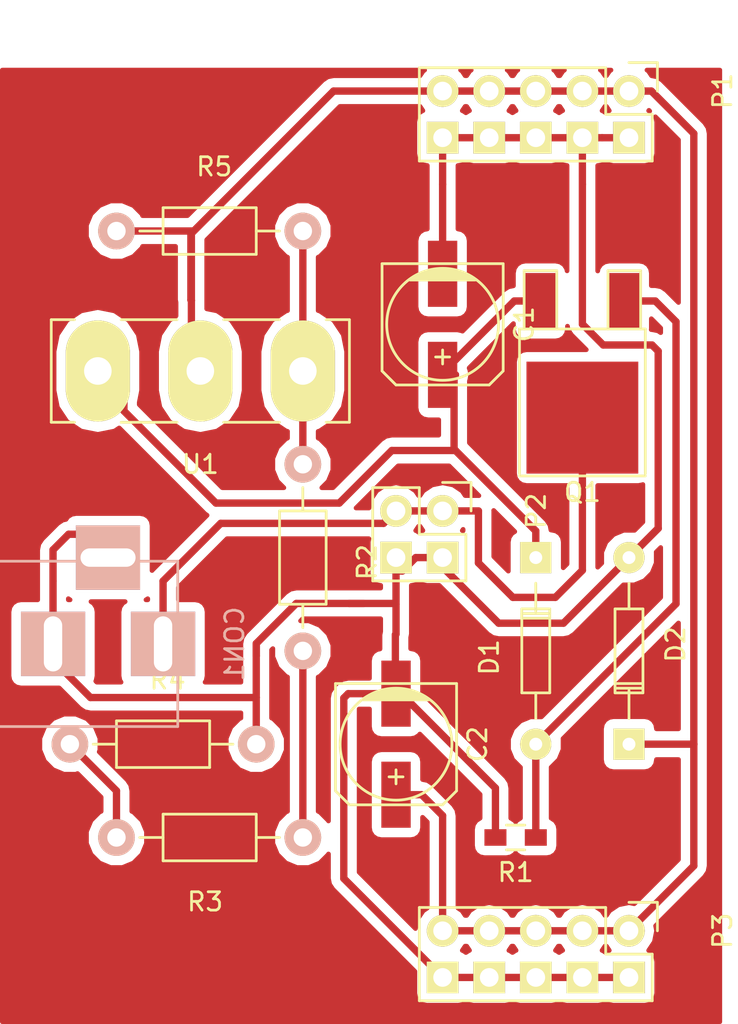
<source format=kicad_pcb>
(kicad_pcb (version 4) (host pcbnew 4.0.2+dfsg1-stable)

  (general
    (links 43)
    (no_connects 0)
    (area 135.684379 70.891666 181.535 127.228333)
    (thickness 1.6)
    (drawings 0)
    (tracks 124)
    (zones 0)
    (modules 15)
    (nets 9)
  )

  (page A4)
  (layers
    (0 F.Cu signal)
    (31 B.Cu signal hide)
    (32 B.Adhes user)
    (33 F.Adhes user)
    (34 B.Paste user)
    (35 F.Paste user)
    (36 B.SilkS user)
    (37 F.SilkS user)
    (38 B.Mask user)
    (39 F.Mask user)
    (40 Dwgs.User user)
    (41 Cmts.User user)
    (42 Eco1.User user)
    (43 Eco2.User user)
    (44 Edge.Cuts user)
    (45 Margin user)
    (46 B.CrtYd user)
    (47 F.CrtYd user)
    (48 B.Fab user)
    (49 F.Fab user)
  )

  (setup
    (last_trace_width 0.4)
    (trace_clearance 0.4)
    (zone_clearance 0.508)
    (zone_45_only no)
    (trace_min 0.2)
    (segment_width 0.2)
    (edge_width 0.15)
    (via_size 0.6)
    (via_drill 0.4)
    (via_min_size 0.4)
    (via_min_drill 0.3)
    (uvia_size 0.3)
    (uvia_drill 0.1)
    (uvias_allowed no)
    (uvia_min_size 0.2)
    (uvia_min_drill 0.1)
    (pcb_text_width 0.3)
    (pcb_text_size 1.5 1.5)
    (mod_edge_width 0.15)
    (mod_text_size 1 1)
    (mod_text_width 0.15)
    (pad_size 1.651 3.048)
    (pad_drill 0)
    (pad_to_mask_clearance 0.2)
    (aux_axis_origin 0 0)
    (visible_elements FFFFFF7F)
    (pcbplotparams
      (layerselection 0x00000_00000001)
      (usegerberextensions false)
      (excludeedgelayer true)
      (linewidth 0.100000)
      (plotframeref false)
      (viasonmask false)
      (mode 1)
      (useauxorigin false)
      (hpglpennumber 1)
      (hpglpenspeed 20)
      (hpglpendiameter 15)
      (hpglpenoverlay 2)
      (psnegative false)
      (psa4output false)
      (plotreference true)
      (plotvalue true)
      (plotinvisibletext false)
      (padsonsilk false)
      (subtractmaskfromsilk false)
      (outputformat 4)
      (mirror true)
      (drillshape 1)
      (scaleselection 1)
      (outputdirectory ""))
  )

  (net 0 "")
  (net 1 "Net-(C1-Pad1)")
  (net 2 GND)
  (net 3 "Net-(C2-Pad1)")
  (net 4 "Net-(D1-Pad2)")
  (net 5 VCC)
  (net 6 "Net-(R2-Pad1)")
  (net 7 "Net-(R2-Pad2)")
  (net 8 "Net-(R3-Pad2)")

  (net_class Default "This is the default net class."
    (clearance 0.4)
    (trace_width 0.4)
    (via_dia 0.6)
    (via_drill 0.4)
    (uvia_dia 0.3)
    (uvia_drill 0.1)
    (add_net GND)
    (add_net "Net-(C1-Pad1)")
    (add_net "Net-(C2-Pad1)")
    (add_net "Net-(D1-Pad2)")
    (add_net "Net-(R2-Pad1)")
    (add_net "Net-(R2-Pad2)")
    (add_net "Net-(R3-Pad2)")
    (add_net VCC)
  )

  (module Capacitors_SMD:c_elec_6.3x5.3 (layer F.Cu) (tedit 55725E31) (tstamp 5AAB3AA7)
    (at 165.1 88.9 270)
    (descr "SMT capacitor, aluminium electrolytic, 6.3x5.3")
    (path /5AA2005A)
    (attr smd)
    (fp_text reference C1 (at 0 -4.445 270) (layer F.SilkS)
      (effects (font (size 1 1) (thickness 0.15)))
    )
    (fp_text value "100 µF" (at 0 4.445 270) (layer F.Fab)
      (effects (font (size 1 1) (thickness 0.15)))
    )
    (fp_line (start -4.85 -3.65) (end 4.85 -3.65) (layer F.CrtYd) (width 0.05))
    (fp_line (start 4.85 -3.65) (end 4.85 3.65) (layer F.CrtYd) (width 0.05))
    (fp_line (start 4.85 3.65) (end -4.85 3.65) (layer F.CrtYd) (width 0.05))
    (fp_line (start -4.85 3.65) (end -4.85 -3.65) (layer F.CrtYd) (width 0.05))
    (fp_line (start -2.921 -0.762) (end -2.921 0.762) (layer F.SilkS) (width 0.15))
    (fp_line (start -2.794 1.143) (end -2.794 -1.143) (layer F.SilkS) (width 0.15))
    (fp_line (start -2.667 -1.397) (end -2.667 1.397) (layer F.SilkS) (width 0.15))
    (fp_line (start -2.54 1.651) (end -2.54 -1.651) (layer F.SilkS) (width 0.15))
    (fp_line (start -2.413 -1.778) (end -2.413 1.778) (layer F.SilkS) (width 0.15))
    (fp_line (start -3.302 -3.302) (end -3.302 3.302) (layer F.SilkS) (width 0.15))
    (fp_line (start -3.302 3.302) (end 2.54 3.302) (layer F.SilkS) (width 0.15))
    (fp_line (start 2.54 3.302) (end 3.302 2.54) (layer F.SilkS) (width 0.15))
    (fp_line (start 3.302 2.54) (end 3.302 -2.54) (layer F.SilkS) (width 0.15))
    (fp_line (start 3.302 -2.54) (end 2.54 -3.302) (layer F.SilkS) (width 0.15))
    (fp_line (start 2.54 -3.302) (end -3.302 -3.302) (layer F.SilkS) (width 0.15))
    (fp_line (start 2.159 0) (end 1.397 0) (layer F.SilkS) (width 0.15))
    (fp_line (start 1.778 -0.381) (end 1.778 0.381) (layer F.SilkS) (width 0.15))
    (fp_circle (center 0 0) (end -3.048 0) (layer F.SilkS) (width 0.15))
    (pad 1 smd rect (at 2.75082 0 270) (size 3.59918 1.6002) (layers F.Cu F.Paste F.Mask)
      (net 1 "Net-(C1-Pad1)"))
    (pad 2 smd rect (at -2.75082 0 270) (size 3.59918 1.6002) (layers F.Cu F.Paste F.Mask)
      (net 2 GND))
    (model Capacitors_SMD.3dshapes/c_elec_6.3x5.3.wrl
      (at (xyz 0 0 0))
      (scale (xyz 1 1 1))
      (rotate (xyz 0 0 0))
    )
  )

  (module Capacitors_SMD:c_elec_6.3x5.3 (layer F.Cu) (tedit 55725E31) (tstamp 5AAB3AAD)
    (at 162.56 111.76 270)
    (descr "SMT capacitor, aluminium electrolytic, 6.3x5.3")
    (path /5AA200EB)
    (attr smd)
    (fp_text reference C2 (at 0 -4.445 270) (layer F.SilkS)
      (effects (font (size 1 1) (thickness 0.15)))
    )
    (fp_text value "100 µF" (at 0 4.445 270) (layer F.Fab)
      (effects (font (size 1 1) (thickness 0.15)))
    )
    (fp_line (start -4.85 -3.65) (end 4.85 -3.65) (layer F.CrtYd) (width 0.05))
    (fp_line (start 4.85 -3.65) (end 4.85 3.65) (layer F.CrtYd) (width 0.05))
    (fp_line (start 4.85 3.65) (end -4.85 3.65) (layer F.CrtYd) (width 0.05))
    (fp_line (start -4.85 3.65) (end -4.85 -3.65) (layer F.CrtYd) (width 0.05))
    (fp_line (start -2.921 -0.762) (end -2.921 0.762) (layer F.SilkS) (width 0.15))
    (fp_line (start -2.794 1.143) (end -2.794 -1.143) (layer F.SilkS) (width 0.15))
    (fp_line (start -2.667 -1.397) (end -2.667 1.397) (layer F.SilkS) (width 0.15))
    (fp_line (start -2.54 1.651) (end -2.54 -1.651) (layer F.SilkS) (width 0.15))
    (fp_line (start -2.413 -1.778) (end -2.413 1.778) (layer F.SilkS) (width 0.15))
    (fp_line (start -3.302 -3.302) (end -3.302 3.302) (layer F.SilkS) (width 0.15))
    (fp_line (start -3.302 3.302) (end 2.54 3.302) (layer F.SilkS) (width 0.15))
    (fp_line (start 2.54 3.302) (end 3.302 2.54) (layer F.SilkS) (width 0.15))
    (fp_line (start 3.302 2.54) (end 3.302 -2.54) (layer F.SilkS) (width 0.15))
    (fp_line (start 3.302 -2.54) (end 2.54 -3.302) (layer F.SilkS) (width 0.15))
    (fp_line (start 2.54 -3.302) (end -3.302 -3.302) (layer F.SilkS) (width 0.15))
    (fp_line (start 2.159 0) (end 1.397 0) (layer F.SilkS) (width 0.15))
    (fp_line (start 1.778 -0.381) (end 1.778 0.381) (layer F.SilkS) (width 0.15))
    (fp_circle (center 0 0) (end -3.048 0) (layer F.SilkS) (width 0.15))
    (pad 1 smd rect (at 2.75082 0 270) (size 3.59918 1.6002) (layers F.Cu F.Paste F.Mask)
      (net 3 "Net-(C2-Pad1)"))
    (pad 2 smd rect (at -2.75082 0 270) (size 3.59918 1.6002) (layers F.Cu F.Paste F.Mask)
      (net 2 GND))
    (model Capacitors_SMD.3dshapes/c_elec_6.3x5.3.wrl
      (at (xyz 0 0 0))
      (scale (xyz 1 1 1))
      (rotate (xyz 0 0 0))
    )
  )

  (module Connect:BARREL_JACK (layer B.Cu) (tedit 0) (tstamp 5AAB3AB4)
    (at 143.66 106.299)
    (descr "DC Barrel Jack")
    (tags "Power Jack")
    (path /5AA7E818)
    (fp_text reference CON1 (at 10.09904 0 270) (layer B.SilkS)
      (effects (font (size 1 1) (thickness 0.15)) (justify mirror))
    )
    (fp_text value BARREL_JACK (at 0 5.99948) (layer B.Fab)
      (effects (font (size 1 1) (thickness 0.15)) (justify mirror))
    )
    (fp_line (start -4.0005 4.50088) (end -4.0005 -4.50088) (layer B.SilkS) (width 0.15))
    (fp_line (start -7.50062 4.50088) (end -7.50062 -4.50088) (layer B.SilkS) (width 0.15))
    (fp_line (start -7.50062 -4.50088) (end 7.00024 -4.50088) (layer B.SilkS) (width 0.15))
    (fp_line (start 7.00024 -4.50088) (end 7.00024 4.50088) (layer B.SilkS) (width 0.15))
    (fp_line (start 7.00024 4.50088) (end -7.50062 4.50088) (layer B.SilkS) (width 0.15))
    (pad 1 thru_hole rect (at 6.20014 0) (size 3.50012 3.50012) (drill oval 1.00076 2.99974) (layers *.Cu *.Mask B.SilkS)
      (net 5 VCC))
    (pad 2 thru_hole rect (at 0.20066 0) (size 3.50012 3.50012) (drill oval 1.00076 2.99974) (layers *.Cu *.Mask B.SilkS)
      (net 2 GND))
    (pad 3 thru_hole rect (at 3.2004 -4.699) (size 3.50012 3.50012) (drill oval 2.99974 1.00076) (layers *.Cu *.Mask B.SilkS)
      (net 2 GND))
  )

  (module Diodes_ThroughHole:Diode_DO-35_SOD27_Horizontal_RM10 (layer F.Cu) (tedit 552FFC30) (tstamp 5AAB3ABA)
    (at 170.177 101.599 270)
    (descr "Diode, DO-35,  SOD27, Horizontal, RM 10mm")
    (tags "Diode, DO-35, SOD27, Horizontal, RM 10mm, 1N4148,")
    (path /5AA1A9A1)
    (fp_text reference D1 (at 5.43052 2.53746 270) (layer F.SilkS)
      (effects (font (size 1 1) (thickness 0.15)))
    )
    (fp_text value ZPD5.1 (at 4.41452 -3.55854 270) (layer F.Fab)
      (effects (font (size 1 1) (thickness 0.15)))
    )
    (fp_line (start 7.36652 -0.00254) (end 8.76352 -0.00254) (layer F.SilkS) (width 0.15))
    (fp_line (start 2.92152 -0.00254) (end 1.39752 -0.00254) (layer F.SilkS) (width 0.15))
    (fp_line (start 3.30252 -0.76454) (end 3.30252 0.75946) (layer F.SilkS) (width 0.15))
    (fp_line (start 3.04852 -0.76454) (end 3.04852 0.75946) (layer F.SilkS) (width 0.15))
    (fp_line (start 2.79452 -0.00254) (end 2.79452 0.75946) (layer F.SilkS) (width 0.15))
    (fp_line (start 2.79452 0.75946) (end 7.36652 0.75946) (layer F.SilkS) (width 0.15))
    (fp_line (start 7.36652 0.75946) (end 7.36652 -0.76454) (layer F.SilkS) (width 0.15))
    (fp_line (start 7.36652 -0.76454) (end 2.79452 -0.76454) (layer F.SilkS) (width 0.15))
    (fp_line (start 2.79452 -0.76454) (end 2.79452 -0.00254) (layer F.SilkS) (width 0.15))
    (pad 2 thru_hole circle (at 10.16052 -0.00254 90) (size 1.69926 1.69926) (drill 0.70104) (layers *.Cu *.Mask F.SilkS)
      (net 4 "Net-(D1-Pad2)"))
    (pad 1 thru_hole rect (at 0.00052 -0.00254 90) (size 1.69926 1.69926) (drill 0.70104) (layers *.Cu *.Mask F.SilkS)
      (net 1 "Net-(C1-Pad1)"))
    (model Diodes_ThroughHole.3dshapes/Diode_DO-35_SOD27_Horizontal_RM10.wrl
      (at (xyz 0.2 0 0))
      (scale (xyz 0.4 0.4 0.4))
      (rotate (xyz 0 0 180))
    )
  )

  (module Diodes_ThroughHole:Diode_DO-35_SOD27_Horizontal_RM10 (layer F.Cu) (tedit 552FFC30) (tstamp 5AAB3AC0)
    (at 175.263 111.761 90)
    (descr "Diode, DO-35,  SOD27, Horizontal, RM 10mm")
    (tags "Diode, DO-35, SOD27, Horizontal, RM 10mm, 1N4148,")
    (path /5AAB5CD9)
    (fp_text reference D2 (at 5.43052 2.53746 90) (layer F.SilkS)
      (effects (font (size 1 1) (thickness 0.15)))
    )
    (fp_text value ZPD6.2 (at 4.41452 -5.08254 90) (layer F.Fab)
      (effects (font (size 1 1) (thickness 0.15)))
    )
    (fp_line (start 7.36652 -0.00254) (end 8.76352 -0.00254) (layer F.SilkS) (width 0.15))
    (fp_line (start 2.92152 -0.00254) (end 1.39752 -0.00254) (layer F.SilkS) (width 0.15))
    (fp_line (start 3.30252 -0.76454) (end 3.30252 0.75946) (layer F.SilkS) (width 0.15))
    (fp_line (start 3.04852 -0.76454) (end 3.04852 0.75946) (layer F.SilkS) (width 0.15))
    (fp_line (start 2.79452 -0.00254) (end 2.79452 0.75946) (layer F.SilkS) (width 0.15))
    (fp_line (start 2.79452 0.75946) (end 7.36652 0.75946) (layer F.SilkS) (width 0.15))
    (fp_line (start 7.36652 0.75946) (end 7.36652 -0.76454) (layer F.SilkS) (width 0.15))
    (fp_line (start 7.36652 -0.76454) (end 2.79452 -0.76454) (layer F.SilkS) (width 0.15))
    (fp_line (start 2.79452 -0.76454) (end 2.79452 -0.00254) (layer F.SilkS) (width 0.15))
    (pad 2 thru_hole circle (at 10.16052 -0.00254 270) (size 1.69926 1.69926) (drill 0.70104) (layers *.Cu *.Mask F.SilkS)
      (net 2 GND))
    (pad 1 thru_hole rect (at 0.00052 -0.00254 270) (size 1.69926 1.69926) (drill 0.70104) (layers *.Cu *.Mask F.SilkS)
      (net 3 "Net-(C2-Pad1)"))
    (model Diodes_ThroughHole.3dshapes/Diode_DO-35_SOD27_Horizontal_RM10.wrl
      (at (xyz 0.2 0 0))
      (scale (xyz 0.4 0.4 0.4))
      (rotate (xyz 0 0 180))
    )
  )

  (module Pin_Headers:Pin_Header_Straight_2x05 (layer F.Cu) (tedit 5AAB3B93) (tstamp 5AAB3ACE)
    (at 175.26 76.2 270)
    (descr "Through hole pin header")
    (tags "pin header")
    (path /5AAB5FCD)
    (fp_text reference P1 (at 0 -5.1 270) (layer F.SilkS)
      (effects (font (size 1 1) (thickness 0.15)))
    )
    (fp_text value CONN_02X05 (at 0 -3.1 270) (layer F.Fab)
      (effects (font (size 1 1) (thickness 0.15)))
    )
    (fp_line (start -1.75 -1.75) (end -1.75 11.95) (layer F.CrtYd) (width 0.05))
    (fp_line (start 4.3 -1.75) (end 4.3 11.95) (layer F.CrtYd) (width 0.05))
    (fp_line (start -1.75 -1.75) (end 4.3 -1.75) (layer F.CrtYd) (width 0.05))
    (fp_line (start -1.75 11.95) (end 4.3 11.95) (layer F.CrtYd) (width 0.05))
    (fp_line (start 3.81 -1.27) (end 3.81 11.43) (layer F.SilkS) (width 0.15))
    (fp_line (start 3.81 11.43) (end -1.27 11.43) (layer F.SilkS) (width 0.15))
    (fp_line (start -1.27 11.43) (end -1.27 1.27) (layer F.SilkS) (width 0.15))
    (fp_line (start 3.81 -1.27) (end 1.27 -1.27) (layer F.SilkS) (width 0.15))
    (fp_line (start 0 -1.55) (end -1.55 -1.55) (layer F.SilkS) (width 0.15))
    (fp_line (start 1.27 -1.27) (end 1.27 1.27) (layer F.SilkS) (width 0.15))
    (fp_line (start 1.27 1.27) (end -1.27 1.27) (layer F.SilkS) (width 0.15))
    (fp_line (start -1.55 -1.55) (end -1.55 0) (layer F.SilkS) (width 0.15))
    (pad 1 thru_hole oval (at 0 0 270) (size 1.7272 1.7272) (drill 1.016) (layers *.Cu *.Mask F.SilkS)
      (net 3 "Net-(C2-Pad1)"))
    (pad 2 thru_hole rect (at 2.54 0 270) (size 1.7272 1.7272) (drill 1.016) (layers *.Cu *.Mask F.SilkS)
      (net 2 GND))
    (pad 3 thru_hole oval (at 0 2.54 270) (size 1.7272 1.7272) (drill 1.016) (layers *.Cu *.Mask F.SilkS)
      (net 3 "Net-(C2-Pad1)"))
    (pad 4 thru_hole rect (at 2.54 2.54 270) (size 1.7272 1.7272) (drill 1.016) (layers *.Cu *.Mask F.SilkS)
      (net 2 GND))
    (pad 5 thru_hole oval (at 0 5.08 270) (size 1.7272 1.7272) (drill 1.016) (layers *.Cu *.Mask F.SilkS)
      (net 3 "Net-(C2-Pad1)"))
    (pad 6 thru_hole rect (at 2.54 5.08 270) (size 1.7272 1.7272) (drill 1.016) (layers *.Cu *.Mask F.SilkS)
      (net 2 GND))
    (pad 7 thru_hole oval (at 0 7.62 270) (size 1.7272 1.7272) (drill 1.016) (layers *.Cu *.Mask F.SilkS)
      (net 3 "Net-(C2-Pad1)"))
    (pad 8 thru_hole rect (at 2.54 7.62 270) (size 1.7272 1.7272) (drill 1.016) (layers *.Cu *.Mask F.SilkS)
      (net 2 GND))
    (pad 9 thru_hole oval (at 0 10.16 270) (size 1.7272 1.7272) (drill 1.016) (layers *.Cu *.Mask F.SilkS)
      (net 3 "Net-(C2-Pad1)"))
    (pad 10 thru_hole rect (at 2.54 10.16 270) (size 1.7272 1.7272) (drill 1.016) (layers *.Cu *.Mask F.SilkS)
      (net 2 GND))
    (model Pin_Headers.3dshapes/Pin_Header_Straight_2x05.wrl
      (at (xyz 0.05 -0.2 0))
      (scale (xyz 1 1 1))
      (rotate (xyz 0 0 90))
    )
  )

  (module Pin_Headers:Pin_Header_Straight_2x02 (layer F.Cu) (tedit 5AAB3DEB) (tstamp 5AAB3AD6)
    (at 165.1 99.06 270)
    (descr "Through hole pin header")
    (tags "pin header")
    (path /5AA1AE06)
    (fp_text reference P2 (at 0 -5.1 270) (layer F.SilkS)
      (effects (font (size 1 1) (thickness 0.15)))
    )
    (fp_text value CONN_02X02 (at 0 -3.1 270) (layer F.Fab)
      (effects (font (size 1 1) (thickness 0.15)))
    )
    (fp_line (start -1.75 -1.75) (end -1.75 4.3) (layer F.CrtYd) (width 0.05))
    (fp_line (start 4.3 -1.75) (end 4.3 4.3) (layer F.CrtYd) (width 0.05))
    (fp_line (start -1.75 -1.75) (end 4.3 -1.75) (layer F.CrtYd) (width 0.05))
    (fp_line (start -1.75 4.3) (end 4.3 4.3) (layer F.CrtYd) (width 0.05))
    (fp_line (start -1.55 0) (end -1.55 -1.55) (layer F.SilkS) (width 0.15))
    (fp_line (start 0 -1.55) (end -1.55 -1.55) (layer F.SilkS) (width 0.15))
    (fp_line (start -1.27 1.27) (end 1.27 1.27) (layer F.SilkS) (width 0.15))
    (fp_line (start 1.27 1.27) (end 1.27 -1.27) (layer F.SilkS) (width 0.15))
    (fp_line (start 1.27 -1.27) (end 3.81 -1.27) (layer F.SilkS) (width 0.15))
    (fp_line (start 3.81 -1.27) (end 3.81 3.81) (layer F.SilkS) (width 0.15))
    (fp_line (start 3.81 3.81) (end -1.27 3.81) (layer F.SilkS) (width 0.15))
    (fp_line (start -1.27 3.81) (end -1.27 1.27) (layer F.SilkS) (width 0.15))
    (pad 1 thru_hole oval (at 0 0 270) (size 1.7272 1.7272) (drill 1.016) (layers *.Cu *.Mask F.SilkS)
      (net 5 VCC))
    (pad 2 thru_hole rect (at 2.54 0 270) (size 1.7272 1.7272) (drill 1.016) (layers *.Cu *.Mask F.SilkS)
      (net 2 GND))
    (pad 3 thru_hole oval (at 0 2.54 270) (size 1.7272 1.7272) (drill 1.016) (layers *.Cu *.Mask F.SilkS)
      (net 5 VCC))
    (pad 4 thru_hole rect (at 2.54 2.54 270) (size 1.7272 1.7272) (drill 1.016) (layers *.Cu *.Mask F.SilkS)
      (net 2 GND))
    (model Pin_Headers.3dshapes/Pin_Header_Straight_2x02.wrl
      (at (xyz 0.05 -0.05 0))
      (scale (xyz 1 1 1))
      (rotate (xyz 0 0 90))
    )
  )

  (module Pin_Headers:Pin_Header_Straight_2x05 (layer F.Cu) (tedit 5AAB3B9A) (tstamp 5AAB3AE4)
    (at 175.26 121.92 270)
    (descr "Through hole pin header")
    (tags "pin header")
    (path /5AAB60F2)
    (fp_text reference P3 (at 0 -5.1 270) (layer F.SilkS)
      (effects (font (size 1 1) (thickness 0.15)))
    )
    (fp_text value CONN_02X05 (at 0 -3.1 270) (layer F.Fab)
      (effects (font (size 1 1) (thickness 0.15)))
    )
    (fp_line (start -1.75 -1.75) (end -1.75 11.95) (layer F.CrtYd) (width 0.05))
    (fp_line (start 4.3 -1.75) (end 4.3 11.95) (layer F.CrtYd) (width 0.05))
    (fp_line (start -1.75 -1.75) (end 4.3 -1.75) (layer F.CrtYd) (width 0.05))
    (fp_line (start -1.75 11.95) (end 4.3 11.95) (layer F.CrtYd) (width 0.05))
    (fp_line (start 3.81 -1.27) (end 3.81 11.43) (layer F.SilkS) (width 0.15))
    (fp_line (start 3.81 11.43) (end -1.27 11.43) (layer F.SilkS) (width 0.15))
    (fp_line (start -1.27 11.43) (end -1.27 1.27) (layer F.SilkS) (width 0.15))
    (fp_line (start 3.81 -1.27) (end 1.27 -1.27) (layer F.SilkS) (width 0.15))
    (fp_line (start 0 -1.55) (end -1.55 -1.55) (layer F.SilkS) (width 0.15))
    (fp_line (start 1.27 -1.27) (end 1.27 1.27) (layer F.SilkS) (width 0.15))
    (fp_line (start 1.27 1.27) (end -1.27 1.27) (layer F.SilkS) (width 0.15))
    (fp_line (start -1.55 -1.55) (end -1.55 0) (layer F.SilkS) (width 0.15))
    (pad 1 thru_hole oval (at 0 0 270) (size 1.7272 1.7272) (drill 1.016) (layers *.Cu *.Mask F.SilkS)
      (net 3 "Net-(C2-Pad1)"))
    (pad 2 thru_hole rect (at 2.54 0 270) (size 1.7272 1.7272) (drill 1.016) (layers *.Cu *.Mask F.SilkS)
      (net 2 GND))
    (pad 3 thru_hole oval (at 0 2.54 270) (size 1.7272 1.7272) (drill 1.016) (layers *.Cu *.Mask F.SilkS)
      (net 3 "Net-(C2-Pad1)"))
    (pad 4 thru_hole rect (at 2.54 2.54 270) (size 1.7272 1.7272) (drill 1.016) (layers *.Cu *.Mask F.SilkS)
      (net 2 GND))
    (pad 5 thru_hole oval (at 0 5.08 270) (size 1.7272 1.7272) (drill 1.016) (layers *.Cu *.Mask F.SilkS)
      (net 3 "Net-(C2-Pad1)"))
    (pad 6 thru_hole rect (at 2.54 5.08 270) (size 1.7272 1.7272) (drill 1.016) (layers *.Cu *.Mask F.SilkS)
      (net 2 GND))
    (pad 7 thru_hole oval (at 0 7.62 270) (size 1.7272 1.7272) (drill 1.016) (layers *.Cu *.Mask F.SilkS)
      (net 3 "Net-(C2-Pad1)"))
    (pad 8 thru_hole rect (at 2.54 7.62 270) (size 1.7272 1.7272) (drill 1.016) (layers *.Cu *.Mask F.SilkS)
      (net 2 GND))
    (pad 9 thru_hole oval (at 0 10.16 270) (size 1.7272 1.7272) (drill 1.016) (layers *.Cu *.Mask F.SilkS)
      (net 3 "Net-(C2-Pad1)"))
    (pad 10 thru_hole rect (at 2.54 10.16 270) (size 1.7272 1.7272) (drill 1.016) (layers *.Cu *.Mask F.SilkS)
      (net 2 GND))
    (model Pin_Headers.3dshapes/Pin_Header_Straight_2x05.wrl
      (at (xyz 0.05 -0.2 0))
      (scale (xyz 1 1 1))
      (rotate (xyz 0 0 90))
    )
  )

  (module TO_SOT_Packages_SMD:TO-252-2Lead (layer F.Cu) (tedit 5AAB4478) (tstamp 5AAB3AEB)
    (at 172.72 87.63 180)
    (descr "DPAK / TO-252 2-lead smd package")
    (tags "dpak TO-252")
    (path /5AA1A8CA)
    (attr smd)
    (fp_text reference Q1 (at 0 -10.414 180) (layer F.SilkS)
      (effects (font (size 1 1) (thickness 0.15)))
    )
    (fp_text value FR5305 (at 0 -2.413 180) (layer F.Fab)
      (effects (font (size 1 1) (thickness 0.15)))
    )
    (fp_line (start 1.397 -1.524) (end 1.397 1.651) (layer F.SilkS) (width 0.15))
    (fp_line (start 1.397 1.651) (end 3.175 1.651) (layer F.SilkS) (width 0.15))
    (fp_line (start 3.175 1.651) (end 3.175 -1.524) (layer F.SilkS) (width 0.15))
    (fp_line (start -3.175 -1.524) (end -3.175 1.651) (layer F.SilkS) (width 0.15))
    (fp_line (start -3.175 1.651) (end -1.397 1.651) (layer F.SilkS) (width 0.15))
    (fp_line (start -1.397 1.651) (end -1.397 -1.524) (layer F.SilkS) (width 0.15))
    (fp_line (start 3.429 -7.62) (end 3.429 -1.524) (layer F.SilkS) (width 0.15))
    (fp_line (start 3.429 -1.524) (end -3.429 -1.524) (layer F.SilkS) (width 0.15))
    (fp_line (start -3.429 -1.524) (end -3.429 -9.398) (layer F.SilkS) (width 0.15))
    (fp_line (start -3.429 -9.525) (end 3.429 -9.525) (layer F.SilkS) (width 0.15))
    (fp_line (start 3.429 -9.398) (end 3.429 -7.62) (layer F.SilkS) (width 0.15))
    (pad G smd rect (at -2.286 0 180) (size 1.651 3.048) (layers F.Cu F.Paste F.Mask)
      (net 4 "Net-(D1-Pad2)"))
    (pad D smd rect (at 0 -6.35 180) (size 6.096 6.096) (layers F.Cu F.Paste F.Mask)
      (net 5 VCC))
    (pad S smd rect (at 2.286 0 180) (size 1.651 3.048) (layers F.Cu F.Paste F.Mask)
      (net 1 "Net-(C1-Pad1)"))
    (model TO_SOT_Packages_SMD.3dshapes/TO-252-2Lead.wrl
      (at (xyz 0 0 0))
      (scale (xyz 1 1 1))
      (rotate (xyz 0 0 0))
    )
  )

  (module Resistors_SMD:R_0603_HandSoldering (layer F.Cu) (tedit 5418A00F) (tstamp 5AAB3AF1)
    (at 169.08 116.84 180)
    (descr "Resistor SMD 0603, hand soldering")
    (tags "resistor 0603")
    (path /5AA1AA56)
    (attr smd)
    (fp_text reference R1 (at 0 -1.9 180) (layer F.SilkS)
      (effects (font (size 1 1) (thickness 0.15)))
    )
    (fp_text value 100k (at 0 1.9 180) (layer F.Fab)
      (effects (font (size 1 1) (thickness 0.15)))
    )
    (fp_line (start -2 -0.8) (end 2 -0.8) (layer F.CrtYd) (width 0.05))
    (fp_line (start -2 0.8) (end 2 0.8) (layer F.CrtYd) (width 0.05))
    (fp_line (start -2 -0.8) (end -2 0.8) (layer F.CrtYd) (width 0.05))
    (fp_line (start 2 -0.8) (end 2 0.8) (layer F.CrtYd) (width 0.05))
    (fp_line (start 0.5 0.675) (end -0.5 0.675) (layer F.SilkS) (width 0.15))
    (fp_line (start -0.5 -0.675) (end 0.5 -0.675) (layer F.SilkS) (width 0.15))
    (pad 1 smd rect (at -1.1 0 180) (size 1.2 0.9) (layers F.Cu F.Paste F.Mask)
      (net 4 "Net-(D1-Pad2)"))
    (pad 2 smd rect (at 1.1 0 180) (size 1.2 0.9) (layers F.Cu F.Paste F.Mask)
      (net 2 GND))
    (model Resistors_SMD.3dshapes/R_0603_HandSoldering.wrl
      (at (xyz 0 0 0))
      (scale (xyz 1 1 1))
      (rotate (xyz 0 0 0))
    )
  )

  (module Resistors_ThroughHole:Resistor_Horizontal_RM10mm (layer F.Cu) (tedit 56648415) (tstamp 5AAB3AF7)
    (at 157.48 96.52 270)
    (descr "Resistor, Axial,  RM 10mm, 1/3W")
    (tags "Resistor Axial RM 10mm 1/3W")
    (path /5AAB3BE8)
    (fp_text reference R2 (at 5.32892 -3.50012 270) (layer F.SilkS)
      (effects (font (size 1 1) (thickness 0.15)))
    )
    (fp_text value 120 (at 5.08 3.81 270) (layer F.Fab)
      (effects (font (size 1 1) (thickness 0.15)))
    )
    (fp_line (start -1.25 -1.5) (end 11.4 -1.5) (layer F.CrtYd) (width 0.05))
    (fp_line (start -1.25 1.5) (end -1.25 -1.5) (layer F.CrtYd) (width 0.05))
    (fp_line (start 11.4 -1.5) (end 11.4 1.5) (layer F.CrtYd) (width 0.05))
    (fp_line (start -1.25 1.5) (end 11.4 1.5) (layer F.CrtYd) (width 0.05))
    (fp_line (start 2.54 -1.27) (end 7.62 -1.27) (layer F.SilkS) (width 0.15))
    (fp_line (start 7.62 -1.27) (end 7.62 1.27) (layer F.SilkS) (width 0.15))
    (fp_line (start 7.62 1.27) (end 2.54 1.27) (layer F.SilkS) (width 0.15))
    (fp_line (start 2.54 1.27) (end 2.54 -1.27) (layer F.SilkS) (width 0.15))
    (fp_line (start 2.54 0) (end 1.27 0) (layer F.SilkS) (width 0.15))
    (fp_line (start 7.62 0) (end 8.89 0) (layer F.SilkS) (width 0.15))
    (pad 1 thru_hole circle (at 0 0 270) (size 1.99898 1.99898) (drill 1.00076) (layers *.Cu *.SilkS *.Mask)
      (net 6 "Net-(R2-Pad1)"))
    (pad 2 thru_hole circle (at 10.16 0 270) (size 1.99898 1.99898) (drill 1.00076) (layers *.Cu *.SilkS *.Mask)
      (net 7 "Net-(R2-Pad2)"))
    (model Resistors_ThroughHole.3dshapes/Resistor_Horizontal_RM10mm.wrl
      (at (xyz 0 0 0))
      (scale (xyz 0.4 0.4 0.4))
      (rotate (xyz 0 0 0))
    )
  )

  (module Resistors_ThroughHole:Resistor_Horizontal_RM10mm (layer F.Cu) (tedit 56648415) (tstamp 5AAB3AFD)
    (at 157.48 116.84 180)
    (descr "Resistor, Axial,  RM 10mm, 1/3W")
    (tags "Resistor Axial RM 10mm 1/3W")
    (path /5AAB3C4C)
    (fp_text reference R3 (at 5.32892 -3.50012 180) (layer F.SilkS)
      (effects (font (size 1 1) (thickness 0.15)))
    )
    (fp_text value 120 (at 5.08 3.81 180) (layer F.Fab)
      (effects (font (size 1 1) (thickness 0.15)))
    )
    (fp_line (start -1.25 -1.5) (end 11.4 -1.5) (layer F.CrtYd) (width 0.05))
    (fp_line (start -1.25 1.5) (end -1.25 -1.5) (layer F.CrtYd) (width 0.05))
    (fp_line (start 11.4 -1.5) (end 11.4 1.5) (layer F.CrtYd) (width 0.05))
    (fp_line (start -1.25 1.5) (end 11.4 1.5) (layer F.CrtYd) (width 0.05))
    (fp_line (start 2.54 -1.27) (end 7.62 -1.27) (layer F.SilkS) (width 0.15))
    (fp_line (start 7.62 -1.27) (end 7.62 1.27) (layer F.SilkS) (width 0.15))
    (fp_line (start 7.62 1.27) (end 2.54 1.27) (layer F.SilkS) (width 0.15))
    (fp_line (start 2.54 1.27) (end 2.54 -1.27) (layer F.SilkS) (width 0.15))
    (fp_line (start 2.54 0) (end 1.27 0) (layer F.SilkS) (width 0.15))
    (fp_line (start 7.62 0) (end 8.89 0) (layer F.SilkS) (width 0.15))
    (pad 1 thru_hole circle (at 0 0 180) (size 1.99898 1.99898) (drill 1.00076) (layers *.Cu *.SilkS *.Mask)
      (net 7 "Net-(R2-Pad2)"))
    (pad 2 thru_hole circle (at 10.16 0 180) (size 1.99898 1.99898) (drill 1.00076) (layers *.Cu *.SilkS *.Mask)
      (net 8 "Net-(R3-Pad2)"))
    (model Resistors_ThroughHole.3dshapes/Resistor_Horizontal_RM10mm.wrl
      (at (xyz 0 0 0))
      (scale (xyz 0.4 0.4 0.4))
      (rotate (xyz 0 0 0))
    )
  )

  (module Resistors_ThroughHole:Resistor_Horizontal_RM10mm (layer F.Cu) (tedit 56648415) (tstamp 5AAB3B03)
    (at 144.78 111.76)
    (descr "Resistor, Axial,  RM 10mm, 1/3W")
    (tags "Resistor Axial RM 10mm 1/3W")
    (path /5AAB3D28)
    (fp_text reference R4 (at 5.32892 -3.50012) (layer F.SilkS)
      (effects (font (size 1 1) (thickness 0.15)))
    )
    (fp_text value 120 (at 5.08 3.81) (layer F.Fab)
      (effects (font (size 1 1) (thickness 0.15)))
    )
    (fp_line (start -1.25 -1.5) (end 11.4 -1.5) (layer F.CrtYd) (width 0.05))
    (fp_line (start -1.25 1.5) (end -1.25 -1.5) (layer F.CrtYd) (width 0.05))
    (fp_line (start 11.4 -1.5) (end 11.4 1.5) (layer F.CrtYd) (width 0.05))
    (fp_line (start -1.25 1.5) (end 11.4 1.5) (layer F.CrtYd) (width 0.05))
    (fp_line (start 2.54 -1.27) (end 7.62 -1.27) (layer F.SilkS) (width 0.15))
    (fp_line (start 7.62 -1.27) (end 7.62 1.27) (layer F.SilkS) (width 0.15))
    (fp_line (start 7.62 1.27) (end 2.54 1.27) (layer F.SilkS) (width 0.15))
    (fp_line (start 2.54 1.27) (end 2.54 -1.27) (layer F.SilkS) (width 0.15))
    (fp_line (start 2.54 0) (end 1.27 0) (layer F.SilkS) (width 0.15))
    (fp_line (start 7.62 0) (end 8.89 0) (layer F.SilkS) (width 0.15))
    (pad 1 thru_hole circle (at 0 0) (size 1.99898 1.99898) (drill 1.00076) (layers *.Cu *.SilkS *.Mask)
      (net 8 "Net-(R3-Pad2)"))
    (pad 2 thru_hole circle (at 10.16 0) (size 1.99898 1.99898) (drill 1.00076) (layers *.Cu *.SilkS *.Mask)
      (net 2 GND))
    (model Resistors_ThroughHole.3dshapes/Resistor_Horizontal_RM10mm.wrl
      (at (xyz 0 0 0))
      (scale (xyz 0.4 0.4 0.4))
      (rotate (xyz 0 0 0))
    )
  )

  (module Resistors_ThroughHole:Resistor_Horizontal_RM10mm (layer F.Cu) (tedit 56648415) (tstamp 5AAB3B09)
    (at 147.32 83.82)
    (descr "Resistor, Axial,  RM 10mm, 1/3W")
    (tags "Resistor Axial RM 10mm 1/3W")
    (path /5AAB3487)
    (fp_text reference R5 (at 5.32892 -3.50012) (layer F.SilkS)
      (effects (font (size 1 1) (thickness 0.15)))
    )
    (fp_text value 120 (at 5.08 3.81) (layer F.Fab)
      (effects (font (size 1 1) (thickness 0.15)))
    )
    (fp_line (start -1.25 -1.5) (end 11.4 -1.5) (layer F.CrtYd) (width 0.05))
    (fp_line (start -1.25 1.5) (end -1.25 -1.5) (layer F.CrtYd) (width 0.05))
    (fp_line (start 11.4 -1.5) (end 11.4 1.5) (layer F.CrtYd) (width 0.05))
    (fp_line (start -1.25 1.5) (end 11.4 1.5) (layer F.CrtYd) (width 0.05))
    (fp_line (start 2.54 -1.27) (end 7.62 -1.27) (layer F.SilkS) (width 0.15))
    (fp_line (start 7.62 -1.27) (end 7.62 1.27) (layer F.SilkS) (width 0.15))
    (fp_line (start 7.62 1.27) (end 2.54 1.27) (layer F.SilkS) (width 0.15))
    (fp_line (start 2.54 1.27) (end 2.54 -1.27) (layer F.SilkS) (width 0.15))
    (fp_line (start 2.54 0) (end 1.27 0) (layer F.SilkS) (width 0.15))
    (fp_line (start 7.62 0) (end 8.89 0) (layer F.SilkS) (width 0.15))
    (pad 1 thru_hole circle (at 0 0) (size 1.99898 1.99898) (drill 1.00076) (layers *.Cu *.SilkS *.Mask)
      (net 3 "Net-(C2-Pad1)"))
    (pad 2 thru_hole circle (at 10.16 0) (size 1.99898 1.99898) (drill 1.00076) (layers *.Cu *.SilkS *.Mask)
      (net 6 "Net-(R2-Pad1)"))
    (model Resistors_ThroughHole.3dshapes/Resistor_Horizontal_RM10mm.wrl
      (at (xyz 0 0 0))
      (scale (xyz 0.4 0.4 0.4))
      (rotate (xyz 0 0 0))
    )
  )

  (module TO_SOT_Packages_THT:TO-247_Vertical_Neutral123_largePads (layer F.Cu) (tedit 5AAB3F45) (tstamp 5AAB3B10)
    (at 151.892 91.44 180)
    (descr "TO-247 TO-218 TOP-3 FET 1=Gate 2=Drain 3=Source Vertical, large Pads")
    (tags "Transistor FET TO-247 TO-218 TOP-3 Vertical")
    (path /5AAB33D6)
    (fp_text reference U1 (at 0 -5.08 180) (layer F.SilkS)
      (effects (font (size 1 1) (thickness 0.15)))
    )
    (fp_text value LT1084 (at -1.016 8.128 180) (layer F.Fab)
      (effects (font (size 1 1) (thickness 0.15)))
    )
    (fp_line (start 6.858 2.794) (end 8.128 2.794) (layer F.SilkS) (width 0.15))
    (fp_line (start 1.27 2.794) (end 4.318 2.794) (layer F.SilkS) (width 0.15))
    (fp_line (start -4.318 2.794) (end -1.27 2.794) (layer F.SilkS) (width 0.15))
    (fp_line (start -6.858 2.794) (end -8.128 2.794) (layer F.SilkS) (width 0.15))
    (fp_line (start 6.858 -2.794) (end 8.128 -2.794) (layer F.SilkS) (width 0.15))
    (fp_line (start 1.27 -2.794) (end 4.318 -2.794) (layer F.SilkS) (width 0.15))
    (fp_line (start -4.318 -2.794) (end -1.27 -2.794) (layer F.SilkS) (width 0.15))
    (fp_line (start -6.858 -2.794) (end -8.128 -2.794) (layer F.SilkS) (width 0.15))
    (fp_line (start 8.128 2.794) (end 8.128 -2.794) (layer F.SilkS) (width 0.15))
    (fp_line (start -8.128 -2.794) (end -8.128 2.794) (layer F.SilkS) (width 0.15))
    (pad OUT thru_hole oval (at 0 0 270) (size 5.50164 3.50012) (drill 1.50114) (layers *.Cu *.Mask F.SilkS)
      (net 3 "Net-(C2-Pad1)"))
    (pad ADJ thru_hole oval (at -5.588 0 270) (size 5.50164 3.50012) (drill 1.50114) (layers *.Cu *.Mask F.SilkS)
      (net 6 "Net-(R2-Pad1)"))
    (pad IN thru_hole oval (at 5.588 0 270) (size 5.50164 3.50012) (drill 1.50114) (layers *.Cu *.Mask F.SilkS)
      (net 1 "Net-(C1-Pad1)"))
  )

  (segment (start 146.304 91.44) (end 147.726066 91.44) (width 0.4) (layer F.Cu) (net 1))
  (segment (start 147.726066 93.616745) (end 152.742577 98.633256) (width 0.4) (layer F.Cu) (net 1))
  (segment (start 147.726066 91.44) (end 147.726066 93.616745) (width 0.4) (layer F.Cu) (net 1))
  (segment (start 152.742577 98.633256) (end 159.466275 98.633256) (width 0.4) (layer F.Cu) (net 1))
  (segment (start 159.466275 98.633256) (end 162.329231 95.7703) (width 0.4) (layer F.Cu) (net 1))
  (segment (start 162.329231 95.7703) (end 165.8002 95.7703) (width 0.4) (layer F.Cu) (net 1))
  (segment (start 165.8002 91.6508) (end 165.72439 91.72661) (width 0.4) (layer F.Cu) (net 1))
  (segment (start 165.72439 91.72661) (end 165.72439 95.69449) (width 0.4) (layer F.Cu) (net 1))
  (segment (start 165.72439 95.69449) (end 165.8002 95.7703) (width 0.4) (layer F.Cu) (net 1))
  (segment (start 165.8002 91.6508) (end 165.307612 91.6508) (width 0.4) (layer F.Cu) (net 1))
  (segment (start 165.307612 91.6508) (end 165.307612 91.330588) (width 0.4) (layer F.Cu) (net 1))
  (segment (start 169.0082 87.63) (end 170.434 87.63) (width 0.4) (layer F.Cu) (net 1))
  (segment (start 165.307612 91.330588) (end 169.0082 87.63) (width 0.4) (layer F.Cu) (net 1))
  (segment (start 165.1 91.6508) (end 165.8002 91.6508) (width 0.4) (layer F.Cu) (net 1))
  (segment (start 170.1795 101.5995) (end 170.1795 100.1496) (width 0.4) (layer F.Cu) (net 1))
  (segment (start 165.8002 95.7703) (end 170.1795 100.1496) (width 0.4) (layer F.Cu) (net 1))
  (segment (start 176.85334 100.00766) (end 176.85328 100.00766) (width 0.4) (layer F.Cu) (net 2))
  (segment (start 176.85328 100.00766) (end 175.26046 101.60048) (width 0.4) (layer F.Cu) (net 2))
  (segment (start 172.72 81.28) (end 172.72 78.74) (width 0.4) (layer F.Cu) (net 2))
  (segment (start 165.1 81.28) (end 165.1 79.54001) (width 0.4) (layer F.Cu) (net 2))
  (segment (start 154.94 111.76) (end 154.94 109.22) (width 0.4) (layer F.Cu) (net 2))
  (segment (start 145.9016 109.22) (end 154.94 109.22) (width 0.4) (layer F.Cu) (net 2))
  (segment (start 154.94 109.22) (end 154.94 106.9575) (width 0.4) (layer F.Cu) (net 2))
  (segment (start 143.86066 105.029) (end 143.86066 107.17906) (width 0.4) (layer F.Cu) (net 2))
  (segment (start 143.86066 107.17906) (end 145.9016 109.22) (width 0.4) (layer F.Cu) (net 2))
  (segment (start 146.8604 100.33) (end 144.71034 100.33) (width 0.4) (layer F.Cu) (net 2))
  (segment (start 144.71034 100.33) (end 143.86066 101.17968) (width 0.4) (layer F.Cu) (net 2))
  (segment (start 143.86066 101.17968) (end 143.86066 102.87894) (width 0.4) (layer F.Cu) (net 2))
  (segment (start 143.86066 102.87894) (end 143.86066 105.029) (width 0.4) (layer F.Cu) (net 2))
  (segment (start 164.5823 101.6) (end 168.155612 105.173312) (width 0.4) (layer F.Cu) (net 2))
  (segment (start 171.687688 105.173312) (end 176.85334 100.00766) (width 0.4) (layer F.Cu) (net 2))
  (segment (start 168.155612 105.173312) (end 171.687688 105.173312) (width 0.4) (layer F.Cu) (net 2))
  (segment (start 176.85334 100.00766) (end 176.85334 90.359953) (width 0.4) (layer F.Cu) (net 2))
  (segment (start 176.85334 90.359953) (end 176.519335 90.025948) (width 0.4) (layer F.Cu) (net 2))
  (segment (start 176.519335 90.025948) (end 173.856382 90.025948) (width 0.4) (layer F.Cu) (net 2))
  (segment (start 173.856382 90.025948) (end 172.72 88.889566) (width 0.4) (layer F.Cu) (net 2))
  (segment (start 172.72 88.889566) (end 172.72 81.28) (width 0.4) (layer F.Cu) (net 2))
  (segment (start 162.56 104.14) (end 162.56 105.76706) (width 0.4) (layer F.Cu) (net 2))
  (segment (start 162.56 105.76706) (end 162.52361 105.80345) (width 0.4) (layer F.Cu) (net 2))
  (segment (start 162.52361 105.80345) (end 162.52361 108.675149) (width 0.4) (layer F.Cu) (net 2))
  (segment (start 162.52361 108.675149) (end 162.850843 109.002382) (width 0.4) (layer F.Cu) (net 2))
  (segment (start 162.850843 109.002382) (end 162.844025 109.0092) (width 0.4) (layer F.Cu) (net 2))
  (segment (start 160.02 104.096261) (end 160.7873 104.096261) (width 0.4) (layer F.Cu) (net 2))
  (segment (start 157.123852 104.096261) (end 160.02 104.096261) (width 0.4) (layer F.Cu) (net 2))
  (segment (start 162.56 102.3319) (end 162.56 104.14) (width 0.4) (layer F.Cu) (net 2))
  (segment (start 162.516261 104.096261) (end 162.56 104.14) (width 0.4) (layer F.Cu) (net 2))
  (segment (start 160.02 104.096261) (end 162.516261 104.096261) (width 0.4) (layer F.Cu) (net 2))
  (segment (start 154.94 106.9575) (end 154.94 106.280113) (width 0.4) (layer F.Cu) (net 2))
  (segment (start 154.94 106.280113) (end 157.123852 104.096261) (width 0.4) (layer F.Cu) (net 2))
  (segment (start 159.712468 109.249242) (end 159.95253 109.00918) (width 0.4) (layer F.Cu) (net 2))
  (segment (start 159.95253 109.00918) (end 162.56 109.00918) (width 0.4) (layer F.Cu) (net 2))
  (segment (start 165.1 124.46) (end 159.712468 119.072468) (width 0.4) (layer F.Cu) (net 2))
  (segment (start 159.712468 119.072468) (end 159.712468 109.249242) (width 0.4) (layer F.Cu) (net 2))
  (segment (start 167.98 116.84) (end 167.98 114.148762) (width 0.4) (layer F.Cu) (net 2))
  (segment (start 167.98 114.148762) (end 162.665857 108.834619) (width 0.4) (layer F.Cu) (net 2))
  (segment (start 162.665857 108.834619) (end 162.814484 108.685992) (width 0.4) (layer F.Cu) (net 2))
  (segment (start 162.814484 108.685992) (end 162.814484 109.0092) (width 0.4) (layer F.Cu) (net 2))
  (segment (start 162.56 109.0092) (end 162.530459 109.038741) (width 0.4) (layer F.Cu) (net 2))
  (segment (start 154.94 106.9575) (end 154.94 106.299) (width 0.4) (layer F.Cu) (net 2))
  (segment (start 167.64 124.46) (end 170.18 124.46) (width 0.4) (layer F.Cu) (net 2))
  (segment (start 170.18 124.46) (end 172.72 124.46) (width 0.4) (layer F.Cu) (net 2))
  (segment (start 172.72 124.46) (end 175.26 124.46) (width 0.4) (layer F.Cu) (net 2))
  (segment (start 167.64 124.46) (end 165.1 124.46) (width 0.4) (layer F.Cu) (net 2))
  (segment (start 167.64 78.74) (end 170.18 78.74) (width 0.4) (layer F.Cu) (net 2))
  (segment (start 170.18 78.74) (end 172.72 78.74) (width 0.4) (layer F.Cu) (net 2))
  (segment (start 165.1 78.74) (end 167.64 78.74) (width 0.4) (layer F.Cu) (net 2))
  (segment (start 165.1 81.28) (end 165.1 86.1492) (width 0.4) (layer F.Cu) (net 2))
  (segment (start 175.26 78.74) (end 173.7961 78.74) (width 0.4) (layer F.Cu) (net 2))
  (segment (start 172.72 78.74) (end 173.7961 78.74) (width 0.4) (layer F.Cu) (net 2))
  (segment (start 162.56 101.6) (end 162.56 102.3319) (width 0.4) (layer F.Cu) (net 2))
  (segment (start 162.9042 102.3319) (end 163.6361 101.6) (width 0.4) (layer F.Cu) (net 2))
  (segment (start 162.56 102.3319) (end 162.9042 102.3319) (width 0.4) (layer F.Cu) (net 2))
  (segment (start 164.5822 101.6) (end 164.5823 101.6) (width 0.4) (layer F.Cu) (net 2))
  (segment (start 164.5822 101.6) (end 163.6361 101.6) (width 0.4) (layer F.Cu) (net 2))
  (segment (start 165.1 101.6) (end 164.5823 101.6) (width 0.4) (layer F.Cu) (net 2))
  (segment (start 151.404 87.6008) (end 151.376825 87.573625) (width 0.4) (layer F.Cu) (net 3))
  (segment (start 151.376825 87.573625) (end 151.376825 83.977693) (width 0.4) (layer F.Cu) (net 3))
  (segment (start 151.376825 83.977693) (end 159.154518 76.2) (width 0.4) (layer F.Cu) (net 3))
  (segment (start 159.154518 76.2) (end 165.1 76.2) (width 0.4) (layer F.Cu) (net 3))
  (segment (start 178.794799 111.76) (end 178.794799 78.513485) (width 0.4) (layer F.Cu) (net 3))
  (segment (start 178.794799 78.513485) (end 176.481314 76.2) (width 0.4) (layer F.Cu) (net 3))
  (segment (start 176.481314 76.2) (end 175.26 76.2) (width 0.4) (layer F.Cu) (net 3))
  (segment (start 178.794799 118.385201) (end 178.794799 111.76) (width 0.4) (layer F.Cu) (net 3))
  (segment (start 175.26046 111.76048) (end 178.794319 111.76048) (width 0.4) (layer F.Cu) (net 3))
  (segment (start 178.794319 111.76048) (end 178.794799 111.76) (width 0.4) (layer F.Cu) (net 3))
  (segment (start 175.26 121.92) (end 178.794799 118.385201) (width 0.4) (layer F.Cu) (net 3))
  (segment (start 151.892 91.44) (end 151.892 89.614436) (width 0.4) (layer F.Cu) (net 3))
  (segment (start 151.892 89.614436) (end 151.404 89.126436) (width 0.4) (layer F.Cu) (net 3))
  (segment (start 151.404 89.126436) (end 151.404 87.6008) (width 0.4) (layer F.Cu) (net 3))
  (segment (start 147.32 83.82) (end 151.404 83.82) (width 0.4) (layer F.Cu) (net 3))
  (segment (start 151.404 83.82) (end 151.404 87.6008) (width 0.4) (layer F.Cu) (net 3))
  (segment (start 167.64 121.92) (end 170.18 121.92) (width 0.4) (layer F.Cu) (net 3))
  (segment (start 170.18 121.92) (end 172.72 121.92) (width 0.4) (layer F.Cu) (net 3))
  (segment (start 165.1 76.2) (end 167.64 76.2) (width 0.4) (layer F.Cu) (net 3))
  (segment (start 167.64 76.2) (end 170.18 76.2) (width 0.4) (layer F.Cu) (net 3))
  (segment (start 170.18 76.2) (end 172.72 76.2) (width 0.4) (layer F.Cu) (net 3))
  (segment (start 172.72 76.2) (end 175.26 76.2) (width 0.4) (layer F.Cu) (net 3))
  (segment (start 165.1 121.92) (end 167.64 121.92) (width 0.4) (layer F.Cu) (net 3))
  (segment (start 165.1 115.6504) (end 163.9604 114.5108) (width 0.4) (layer F.Cu) (net 3))
  (segment (start 165.1 121.92) (end 165.1 115.6504) (width 0.4) (layer F.Cu) (net 3))
  (segment (start 162.56 114.5108) (end 163.9604 114.5108) (width 0.4) (layer F.Cu) (net 3))
  (segment (start 172.72 121.92) (end 174.1839 121.92) (width 0.4) (layer F.Cu) (net 3))
  (segment (start 175.26 121.92) (end 174.1839 121.92) (width 0.4) (layer F.Cu) (net 3))
  (segment (start 170.18 116.84) (end 170.18 111.759) (width 0.4) (layer F.Cu) (net 4))
  (segment (start 170.18 111.759) (end 177.825125 104.113875) (width 0.4) (layer F.Cu) (net 4))
  (segment (start 177.825125 104.113875) (end 177.825125 88.759205) (width 0.4) (layer F.Cu) (net 4))
  (segment (start 177.825125 88.759205) (end 176.69592 87.63) (width 0.4) (layer F.Cu) (net 4))
  (segment (start 176.69592 87.63) (end 175.006 87.63) (width 0.4) (layer F.Cu) (net 4))
  (segment (start 149.86014 105.029) (end 149.86014 102.87894) (width 0.4) (layer F.Cu) (net 5))
  (segment (start 153.002718 99.736362) (end 161.883638 99.736362) (width 0.4) (layer F.Cu) (net 5))
  (segment (start 149.86014 102.87894) (end 153.002718 99.736362) (width 0.4) (layer F.Cu) (net 5))
  (segment (start 161.883638 99.736362) (end 162.56 99.06) (width 0.4) (layer F.Cu) (net 5))
  (segment (start 172.72 93.98) (end 172.72 102.293387) (width 0.4) (layer F.Cu) (net 5))
  (segment (start 172.72 102.293387) (end 171.246701 103.766686) (width 0.4) (layer F.Cu) (net 5))
  (segment (start 171.246701 103.766686) (end 168.928373 103.766686) (width 0.4) (layer F.Cu) (net 5))
  (segment (start 168.928373 103.766686) (end 167.052871 101.891184) (width 0.4) (layer F.Cu) (net 5))
  (segment (start 167.052871 101.891184) (end 167.052871 99.06) (width 0.4) (layer F.Cu) (net 5))
  (segment (start 167.052871 99.06) (end 165.1 99.06) (width 0.4) (layer F.Cu) (net 5))
  (segment (start 162.56 99.06) (end 165.1 99.06) (width 0.4) (layer F.Cu) (net 5))
  (segment (start 157.48 83.82) (end 157.48 91.44) (width 0.4) (layer F.Cu) (net 6))
  (segment (start 157.48 91.44) (end 157.48 96.52) (width 0.4) (layer F.Cu) (net 6))
  (segment (start 157.48 116.84) (end 157.48 106.68) (width 0.4) (layer F.Cu) (net 7))
  (segment (start 147.32 114.3) (end 147.32 116.84) (width 0.4) (layer F.Cu) (net 8))
  (segment (start 144.78 111.76) (end 147.32 114.3) (width 0.4) (layer F.Cu) (net 8))

  (zone (net 0) (net_name "") (layer F.Cu) (tstamp 0) (hatch edge 0.508)
    (connect_pads (clearance 0.508))
    (min_thickness 0.254)
    (fill yes (arc_segments 16) (thermal_gap 0.508) (thermal_bridge_width 0.508))
    (polygon
      (pts
        (xy 140.97 74.93) (xy 180.34 74.93) (xy 180.34 127) (xy 140.97 127)
      )
    )
    (filled_polygon
      (pts
        (xy 164.04033 75.110971) (xy 163.870593 75.365) (xy 159.154518 75.365) (xy 158.834977 75.428561) (xy 158.582663 75.597152)
        (xy 158.564084 75.609566) (xy 151.18865 82.985) (xy 148.743507 82.985) (xy 148.706462 82.895345) (xy 148.247073 82.435154)
        (xy 147.646547 82.185794) (xy 146.996306 82.185226) (xy 146.395345 82.433538) (xy 145.935154 82.892927) (xy 145.685794 83.493453)
        (xy 145.685226 84.143694) (xy 145.933538 84.744655) (xy 146.392927 85.204846) (xy 146.993453 85.454206) (xy 147.643694 85.454774)
        (xy 148.244655 85.206462) (xy 148.704846 84.747073) (xy 148.743078 84.655) (xy 150.541825 84.655) (xy 150.541825 87.573625)
        (xy 150.569 87.710242) (xy 150.569 88.443538) (xy 150.205508 88.686416) (xy 149.688492 89.460185) (xy 149.50694 90.372908)
        (xy 149.50694 92.507092) (xy 149.688492 93.419815) (xy 150.205508 94.193584) (xy 150.979277 94.7106) (xy 151.892 94.892152)
        (xy 152.804723 94.7106) (xy 153.578492 94.193584) (xy 154.095508 93.419815) (xy 154.27706 92.507092) (xy 154.27706 90.372908)
        (xy 154.095508 89.460185) (xy 153.578492 88.686416) (xy 152.804723 88.1694) (xy 152.239 88.056871) (xy 152.239 84.296386)
        (xy 159.500386 77.035) (xy 163.870593 77.035) (xy 164.026574 77.268442) (xy 164.001083 77.273238) (xy 163.784959 77.41231)
        (xy 163.639969 77.62451) (xy 163.58896 77.8764) (xy 163.58896 79.6036) (xy 163.633238 79.838917) (xy 163.77231 80.055041)
        (xy 163.98451 80.200031) (xy 164.2364 80.25104) (xy 164.265 80.25104) (xy 164.265 83.708717) (xy 164.064583 83.746428)
        (xy 163.848459 83.8855) (xy 163.703469 84.0977) (xy 163.65246 84.34959) (xy 163.65246 87.94877) (xy 163.696738 88.184087)
        (xy 163.83581 88.400211) (xy 164.04801 88.545201) (xy 164.2999 88.59621) (xy 165.9001 88.59621) (xy 166.135417 88.551932)
        (xy 166.351541 88.41286) (xy 166.496531 88.20066) (xy 166.54754 87.94877) (xy 166.54754 84.34959) (xy 166.503262 84.114273)
        (xy 166.36419 83.898149) (xy 166.15199 83.753159) (xy 165.935 83.709217) (xy 165.935 80.25104) (xy 165.9636 80.25104)
        (xy 166.198917 80.206762) (xy 166.371669 80.095599) (xy 166.52451 80.200031) (xy 166.7764 80.25104) (xy 168.5036 80.25104)
        (xy 168.738917 80.206762) (xy 168.911669 80.095599) (xy 169.06451 80.200031) (xy 169.3164 80.25104) (xy 171.0436 80.25104)
        (xy 171.278917 80.206762) (xy 171.451669 80.095599) (xy 171.60451 80.200031) (xy 171.8564 80.25104) (xy 171.885 80.25104)
        (xy 171.885 85.989399) (xy 171.862662 85.870683) (xy 171.72359 85.654559) (xy 171.51139 85.509569) (xy 171.2595 85.45856)
        (xy 169.6085 85.45856) (xy 169.373183 85.502838) (xy 169.157059 85.64191) (xy 169.012069 85.85411) (xy 168.96106 86.106)
        (xy 168.96106 86.804377) (xy 168.68866 86.85856) (xy 168.417766 87.039566) (xy 166.182017 89.275315) (xy 166.15199 89.254799)
        (xy 165.9001 89.20379) (xy 164.2999 89.20379) (xy 164.064583 89.248068) (xy 163.848459 89.38714) (xy 163.703469 89.59934)
        (xy 163.65246 89.85123) (xy 163.65246 93.45041) (xy 163.696738 93.685727) (xy 163.83581 93.901851) (xy 164.04801 94.046841)
        (xy 164.2999 94.09785) (xy 164.88939 94.09785) (xy 164.88939 94.9353) (xy 162.329231 94.9353) (xy 162.00969 94.998861)
        (xy 161.852255 95.104056) (xy 161.738797 95.179866) (xy 159.120407 97.798256) (xy 158.51305 97.798256) (xy 158.864846 97.447073)
        (xy 159.114206 96.846547) (xy 159.114774 96.196306) (xy 158.866462 95.595345) (xy 158.407073 95.135154) (xy 158.315 95.096922)
        (xy 158.315 94.72606) (xy 158.392723 94.7106) (xy 159.166492 94.193584) (xy 159.683508 93.419815) (xy 159.86506 92.507092)
        (xy 159.86506 90.372908) (xy 159.683508 89.460185) (xy 159.166492 88.686416) (xy 158.392723 88.1694) (xy 158.315 88.15394)
        (xy 158.315 85.243507) (xy 158.404655 85.206462) (xy 158.864846 84.747073) (xy 159.114206 84.146547) (xy 159.114774 83.496306)
        (xy 158.866462 82.895345) (xy 158.407073 82.435154) (xy 157.806547 82.185794) (xy 157.156306 82.185226) (xy 156.555345 82.433538)
        (xy 156.095154 82.892927) (xy 155.845794 83.493453) (xy 155.845226 84.143694) (xy 156.093538 84.744655) (xy 156.552927 85.204846)
        (xy 156.645 85.243078) (xy 156.645 88.15394) (xy 156.567277 88.1694) (xy 155.793508 88.686416) (xy 155.276492 89.460185)
        (xy 155.09494 90.372908) (xy 155.09494 92.507092) (xy 155.276492 93.419815) (xy 155.793508 94.193584) (xy 156.567277 94.7106)
        (xy 156.645 94.72606) (xy 156.645 95.096493) (xy 156.555345 95.133538) (xy 156.095154 95.592927) (xy 155.845794 96.193453)
        (xy 155.845226 96.843694) (xy 156.093538 97.444655) (xy 156.446523 97.798256) (xy 153.088445 97.798256) (xy 148.561066 93.270877)
        (xy 148.561066 93.150561) (xy 148.68906 92.507092) (xy 148.68906 90.372908) (xy 148.507508 89.460185) (xy 147.990492 88.686416)
        (xy 147.216723 88.1694) (xy 146.304 87.987848) (xy 145.391277 88.1694) (xy 144.617508 88.686416) (xy 144.100492 89.460185)
        (xy 143.91894 90.372908) (xy 143.91894 92.507092) (xy 144.100492 93.419815) (xy 144.617508 94.193584) (xy 145.391277 94.7106)
        (xy 146.304 94.892152) (xy 147.216723 94.7106) (xy 147.469891 94.541438) (xy 152.152143 99.22369) (xy 152.261471 99.296741)
        (xy 149.269706 102.288506) (xy 149.2579 102.306175) (xy 149.2579 99.84994) (xy 149.213622 99.614623) (xy 149.07455 99.398499)
        (xy 148.86235 99.253509) (xy 148.61046 99.2025) (xy 145.11034 99.2025) (xy 144.875023 99.246778) (xy 144.658899 99.38585)
        (xy 144.564498 99.52401) (xy 144.390799 99.558561) (xy 144.124701 99.736362) (xy 144.119906 99.739566) (xy 143.270226 100.589246)
        (xy 143.089221 100.860139) (xy 143.02566 101.17968) (xy 143.02566 103.9015) (xy 142.1106 103.9015) (xy 141.875283 103.945778)
        (xy 141.659159 104.08485) (xy 141.514169 104.29705) (xy 141.46316 104.54894) (xy 141.46316 108.04906) (xy 141.507438 108.284377)
        (xy 141.64651 108.500501) (xy 141.85871 108.645491) (xy 142.1106 108.6965) (xy 144.197232 108.6965) (xy 145.311166 109.810434)
        (xy 145.582059 109.991439) (xy 145.9016 110.055) (xy 154.105 110.055) (xy 154.105 110.336493) (xy 154.015345 110.373538)
        (xy 153.555154 110.832927) (xy 153.305794 111.433453) (xy 153.305226 112.083694) (xy 153.553538 112.684655) (xy 154.012927 113.144846)
        (xy 154.613453 113.394206) (xy 155.263694 113.394774) (xy 155.864655 113.146462) (xy 156.324846 112.687073) (xy 156.574206 112.086547)
        (xy 156.574774 111.436306) (xy 156.326462 110.835345) (xy 155.867073 110.375154) (xy 155.775 110.336922) (xy 155.775 106.625981)
        (xy 155.845618 106.555363) (xy 155.845226 107.003694) (xy 156.093538 107.604655) (xy 156.552927 108.064846) (xy 156.645 108.103078)
        (xy 156.645 115.416493) (xy 156.555345 115.453538) (xy 156.095154 115.912927) (xy 155.845794 116.513453) (xy 155.845226 117.163694)
        (xy 156.093538 117.764655) (xy 156.552927 118.224846) (xy 157.153453 118.474206) (xy 157.803694 118.474774) (xy 158.404655 118.226462)
        (xy 158.864846 117.767073) (xy 158.877468 117.736676) (xy 158.877468 119.072468) (xy 158.941029 119.392009) (xy 159.122034 119.662902)
        (xy 163.58896 124.129828) (xy 163.58896 125.3236) (xy 163.633238 125.558917) (xy 163.77231 125.775041) (xy 163.98451 125.920031)
        (xy 164.2364 125.97104) (xy 165.9636 125.97104) (xy 166.198917 125.926762) (xy 166.371669 125.815599) (xy 166.52451 125.920031)
        (xy 166.7764 125.97104) (xy 168.5036 125.97104) (xy 168.738917 125.926762) (xy 168.911669 125.815599) (xy 169.06451 125.920031)
        (xy 169.3164 125.97104) (xy 171.0436 125.97104) (xy 171.278917 125.926762) (xy 171.451669 125.815599) (xy 171.60451 125.920031)
        (xy 171.8564 125.97104) (xy 173.5836 125.97104) (xy 173.818917 125.926762) (xy 173.991669 125.815599) (xy 174.14451 125.920031)
        (xy 174.3964 125.97104) (xy 176.1236 125.97104) (xy 176.358917 125.926762) (xy 176.575041 125.78769) (xy 176.720031 125.57549)
        (xy 176.77104 125.3236) (xy 176.77104 123.5964) (xy 176.726762 123.361083) (xy 176.58769 123.144959) (xy 176.37549 122.999969)
        (xy 176.331655 122.991092) (xy 176.644526 122.522848) (xy 176.7586 121.949359) (xy 176.7586 121.890641) (xy 176.710756 121.650112)
        (xy 179.385233 118.975635) (xy 179.566239 118.704741) (xy 179.629799 118.385201) (xy 179.629799 78.513485) (xy 179.566238 78.193944)
        (xy 179.385233 77.923051) (xy 177.071748 75.609566) (xy 177.053169 75.597152) (xy 176.800855 75.428561) (xy 176.490647 75.366857)
        (xy 176.31967 75.110971) (xy 176.238897 75.057) (xy 180.213 75.057) (xy 180.213 126.873) (xy 141.097 126.873)
        (xy 141.097 112.083694) (xy 143.145226 112.083694) (xy 143.393538 112.684655) (xy 143.852927 113.144846) (xy 144.453453 113.394206)
        (xy 145.103694 113.394774) (xy 145.195834 113.356702) (xy 146.485 114.645868) (xy 146.485 115.416493) (xy 146.395345 115.453538)
        (xy 145.935154 115.912927) (xy 145.685794 116.513453) (xy 145.685226 117.163694) (xy 145.933538 117.764655) (xy 146.392927 118.224846)
        (xy 146.993453 118.474206) (xy 147.643694 118.474774) (xy 148.244655 118.226462) (xy 148.704846 117.767073) (xy 148.954206 117.166547)
        (xy 148.954774 116.516306) (xy 148.706462 115.915345) (xy 148.247073 115.455154) (xy 148.155 115.416922) (xy 148.155 114.3)
        (xy 148.091439 113.980459) (xy 147.910434 113.709566) (xy 146.377005 112.176137) (xy 146.414206 112.086547) (xy 146.414774 111.436306)
        (xy 146.166462 110.835345) (xy 145.707073 110.375154) (xy 145.106547 110.125794) (xy 144.456306 110.125226) (xy 143.855345 110.373538)
        (xy 143.395154 110.832927) (xy 143.145794 111.433453) (xy 143.145226 112.083694) (xy 141.097 112.083694) (xy 141.097 75.057)
        (xy 164.121103 75.057)
      )
    )
    (filled_polygon
      (pts
        (xy 166.566574 122.988442) (xy 166.541083 122.993238) (xy 166.368331 123.104401) (xy 166.21549 122.999969) (xy 166.171655 122.991092)
        (xy 166.329407 122.755) (xy 166.410593 122.755)
      )
    )
    (filled_polygon
      (pts
        (xy 169.106574 122.988442) (xy 169.081083 122.993238) (xy 168.908331 123.104401) (xy 168.75549 122.999969) (xy 168.711655 122.991092)
        (xy 168.869407 122.755) (xy 168.950593 122.755)
      )
    )
    (filled_polygon
      (pts
        (xy 171.646574 122.988442) (xy 171.621083 122.993238) (xy 171.448331 123.104401) (xy 171.29549 122.999969) (xy 171.251655 122.991092)
        (xy 171.409407 122.755) (xy 171.490593 122.755)
      )
    )
    (filled_polygon
      (pts
        (xy 174.186574 122.988442) (xy 174.161083 122.993238) (xy 173.988331 123.104401) (xy 173.83549 122.999969) (xy 173.791655 122.991092)
        (xy 173.949407 122.755) (xy 174.030593 122.755)
      )
    )
    (filled_polygon
      (pts
        (xy 177.959799 110.92548) (xy 176.75753 110.92548) (xy 176.75753 110.91085) (xy 176.713252 110.675533) (xy 176.57418 110.459409)
        (xy 176.36198 110.314419) (xy 176.11009 110.26341) (xy 174.41083 110.26341) (xy 174.175513 110.307688) (xy 173.959389 110.44676)
        (xy 173.814399 110.65896) (xy 173.76339 110.91085) (xy 173.76339 112.61011) (xy 173.807668 112.845427) (xy 173.94674 113.061551)
        (xy 174.15894 113.206541) (xy 174.41083 113.25755) (xy 176.11009 113.25755) (xy 176.345407 113.213272) (xy 176.561531 113.0742)
        (xy 176.706521 112.862) (xy 176.75753 112.61011) (xy 176.75753 112.59548) (xy 177.959799 112.59548) (xy 177.959799 118.039333)
        (xy 175.549505 120.449627) (xy 175.26 120.392041) (xy 174.686511 120.506115) (xy 174.20033 120.830971) (xy 174.030593 121.085)
        (xy 173.949407 121.085) (xy 173.77967 120.830971) (xy 173.293489 120.506115) (xy 172.72 120.392041) (xy 172.146511 120.506115)
        (xy 171.66033 120.830971) (xy 171.490593 121.085) (xy 171.409407 121.085) (xy 171.23967 120.830971) (xy 170.753489 120.506115)
        (xy 170.18 120.392041) (xy 169.606511 120.506115) (xy 169.12033 120.830971) (xy 168.950593 121.085) (xy 168.869407 121.085)
        (xy 168.69967 120.830971) (xy 168.213489 120.506115) (xy 167.64 120.392041) (xy 167.066511 120.506115) (xy 166.58033 120.830971)
        (xy 166.410593 121.085) (xy 166.329407 121.085) (xy 166.15967 120.830971) (xy 165.935 120.680851) (xy 165.935 115.6504)
        (xy 165.895842 115.453538) (xy 165.87144 115.33086) (xy 165.690434 115.059966) (xy 164.550834 113.920366) (xy 164.414427 113.829222)
        (xy 164.279941 113.739361) (xy 164.00754 113.685177) (xy 164.00754 112.71123) (xy 163.963262 112.475913) (xy 163.82419 112.259789)
        (xy 163.61199 112.114799) (xy 163.3601 112.06379) (xy 161.7599 112.06379) (xy 161.524583 112.108068) (xy 161.308459 112.24714)
        (xy 161.163469 112.45934) (xy 161.11246 112.71123) (xy 161.11246 116.31041) (xy 161.156738 116.545727) (xy 161.29581 116.761851)
        (xy 161.50801 116.906841) (xy 161.7599 116.95785) (xy 163.3601 116.95785) (xy 163.595417 116.913572) (xy 163.811541 116.7745)
        (xy 163.956531 116.5623) (xy 164.00754 116.31041) (xy 164.00754 115.738808) (xy 164.265 115.996268) (xy 164.265 120.680851)
        (xy 164.04033 120.830971) (xy 163.715474 121.317152) (xy 163.619668 121.7988) (xy 160.547468 118.7266) (xy 160.547468 109.84418)
        (xy 161.11246 109.84418) (xy 161.11246 110.80877) (xy 161.156738 111.044087) (xy 161.29581 111.260211) (xy 161.50801 111.405201)
        (xy 161.7599 111.45621) (xy 163.3601 111.45621) (xy 163.595417 111.411932) (xy 163.811541 111.27286) (xy 163.856878 111.206508)
        (xy 167.145 114.49463) (xy 167.145 115.786778) (xy 167.144683 115.786838) (xy 166.928559 115.92591) (xy 166.783569 116.13811)
        (xy 166.73256 116.39) (xy 166.73256 117.29) (xy 166.776838 117.525317) (xy 166.91591 117.741441) (xy 167.12811 117.886431)
        (xy 167.38 117.93744) (xy 168.58 117.93744) (xy 168.815317 117.893162) (xy 169.031441 117.75409) (xy 169.079134 117.684289)
        (xy 169.11591 117.741441) (xy 169.32811 117.886431) (xy 169.58 117.93744) (xy 170.78 117.93744) (xy 171.015317 117.893162)
        (xy 171.231441 117.75409) (xy 171.376431 117.54189) (xy 171.42744 117.29) (xy 171.42744 116.39) (xy 171.383162 116.154683)
        (xy 171.24409 115.938559) (xy 171.03189 115.793569) (xy 171.015 115.790149) (xy 171.015 113.020687) (xy 171.019417 113.018862)
        (xy 171.437414 112.601594) (xy 171.663912 112.056127) (xy 171.664428 111.465504) (xy 171.661485 111.458383) (xy 177.959799 105.160069)
      )
    )
    (filled_polygon
      (pts
        (xy 176.990125 103.768007) (xy 170.480978 110.277154) (xy 170.476147 110.275148) (xy 169.885524 110.274632) (xy 169.339663 110.500178)
        (xy 168.921666 110.917446) (xy 168.695168 111.462913) (xy 168.694652 112.053536) (xy 168.920198 112.599397) (xy 169.337466 113.017394)
        (xy 169.345 113.020522) (xy 169.345 115.786778) (xy 169.344683 115.786838) (xy 169.128559 115.92591) (xy 169.080866 115.995711)
        (xy 169.04409 115.938559) (xy 168.83189 115.793569) (xy 168.815 115.790149) (xy 168.815 114.148762) (xy 168.751439 113.829221)
        (xy 168.570434 113.558328) (xy 164.00754 108.995434) (xy 164.00754 107.20959) (xy 163.963262 106.974273) (xy 163.82419 106.758149)
        (xy 163.61199 106.613159) (xy 163.3601 106.56215) (xy 163.35861 106.56215) (xy 163.35861 105.950004) (xy 163.395 105.76706)
        (xy 163.395 103.11104) (xy 163.4236 103.11104) (xy 163.658917 103.066762) (xy 163.831669 102.955599) (xy 163.98451 103.060031)
        (xy 164.2364 103.11104) (xy 164.912472 103.11104) (xy 167.565178 105.763746) (xy 167.836071 105.944751) (xy 168.155612 106.008312)
        (xy 171.687688 106.008312) (xy 172.007229 105.944751) (xy 172.278122 105.763746) (xy 174.959022 103.082846) (xy 174.963853 103.084852)
        (xy 175.554476 103.085368) (xy 176.100337 102.859822) (xy 176.518334 102.442554) (xy 176.744832 101.897087) (xy 176.745348 101.306464)
        (xy 176.742441 101.299427) (xy 176.990125 101.051743)
      )
    )
    (filled_polygon
      (pts
        (xy 161.725 105.620506) (xy 161.68861 105.80345) (xy 161.68861 106.575564) (xy 161.524583 106.606428) (xy 161.308459 106.7455)
        (xy 161.163469 106.9577) (xy 161.11246 107.20959) (xy 161.11246 108.17418) (xy 159.95253 108.17418) (xy 159.632989 108.237741)
        (xy 159.37227 108.411948) (xy 159.362096 108.418746) (xy 159.122034 108.658808) (xy 158.941029 108.929701) (xy 158.877468 109.249242)
        (xy 158.877468 115.941982) (xy 158.866462 115.915345) (xy 158.407073 115.455154) (xy 158.315 115.416922) (xy 158.315 108.103507)
        (xy 158.404655 108.066462) (xy 158.864846 107.607073) (xy 159.114206 107.006547) (xy 159.114774 106.356306) (xy 158.866462 105.755345)
        (xy 158.407073 105.295154) (xy 157.806547 105.045794) (xy 157.355581 105.0454) (xy 157.46972 104.931261) (xy 161.725 104.931261)
      )
    )
    (filled_polygon
      (pts
        (xy 147.658639 104.08485) (xy 147.513649 104.29705) (xy 147.46264 104.54894) (xy 147.46264 108.04906) (xy 147.506918 108.284377)
        (xy 147.571667 108.385) (xy 146.247468 108.385) (xy 146.189399 108.326931) (xy 146.207151 108.30095) (xy 146.25816 108.04906)
        (xy 146.25816 104.54894) (xy 146.213882 104.313623) (xy 146.07481 104.097499) (xy 145.928457 103.9975) (xy 147.794385 103.9975)
      )
    )
    (filled_polygon
      (pts
        (xy 161.04896 100.7364) (xy 161.04896 102.4636) (xy 161.093238 102.698917) (xy 161.23231 102.915041) (xy 161.44451 103.060031)
        (xy 161.6964 103.11104) (xy 161.725 103.11104) (xy 161.725 103.261261) (xy 157.123852 103.261261) (xy 156.804311 103.324822)
        (xy 156.587974 103.469374) (xy 156.533418 103.505827) (xy 154.349566 105.689679) (xy 154.168561 105.960572) (xy 154.105 106.280113)
        (xy 154.105 108.385) (xy 152.149202 108.385) (xy 152.206631 108.30095) (xy 152.25764 108.04906) (xy 152.25764 104.54894)
        (xy 152.213362 104.313623) (xy 152.07429 104.097499) (xy 151.86209 103.952509) (xy 151.6102 103.9015) (xy 150.69514 103.9015)
        (xy 150.69514 103.224808) (xy 153.348586 100.571362) (xy 161.082381 100.571362)
      )
    )
    (filled_polygon
      (pts
        (xy 144.792603 103.9015) (xy 144.69566 103.9015) (xy 144.69566 103.835261)
      )
    )
    (filled_polygon
      (pts
        (xy 149.02514 103.9015) (xy 148.926155 103.9015) (xy 149.02514 103.837805)
      )
    )
    (filled_polygon
      (pts
        (xy 169.034457 100.185425) (xy 168.878469 100.2858) (xy 168.733479 100.498) (xy 168.68247 100.74989) (xy 168.68247 102.339915)
        (xy 167.887871 101.545316) (xy 167.887871 99.06) (xy 167.882617 99.033585)
      )
    )
    (filled_polygon
      (pts
        (xy 168.96106 89.154) (xy 169.005338 89.389317) (xy 169.14441 89.605441) (xy 169.35661 89.750431) (xy 169.6085 89.80144)
        (xy 171.2595 89.80144) (xy 171.494817 89.757162) (xy 171.710941 89.61809) (xy 171.855931 89.40589) (xy 171.90694 89.154)
        (xy 171.90694 88.999865) (xy 171.948561 89.209107) (xy 172.106832 89.445976) (xy 172.129566 89.48) (xy 172.934126 90.28456)
        (xy 169.672 90.28456) (xy 169.436683 90.328838) (xy 169.220559 90.46791) (xy 169.075569 90.68011) (xy 169.02456 90.932)
        (xy 169.02456 97.028) (xy 169.068838 97.263317) (xy 169.20791 97.479441) (xy 169.42011 97.624431) (xy 169.672 97.67544)
        (xy 171.885 97.67544) (xy 171.885 101.947519) (xy 171.67661 102.155909) (xy 171.67661 100.74989) (xy 171.632332 100.514573)
        (xy 171.49326 100.298449) (xy 171.28106 100.153459) (xy 171.02917 100.10245) (xy 171.005121 100.10245) (xy 170.950939 99.830059)
        (xy 170.769934 99.559166) (xy 166.55939 95.348622) (xy 166.55939 91.988673) (xy 166.57164 91.97034) (xy 166.6352 91.6508)
        (xy 166.57164 91.33126) (xy 166.54754 91.295192) (xy 166.54754 91.271528) (xy 168.96106 88.858008)
      )
    )
    (filled_polygon
      (pts
        (xy 176.01834 99.661732) (xy 175.56194 100.118132) (xy 175.557067 100.116108) (xy 174.966444 100.115592) (xy 174.420583 100.341138)
        (xy 174.002586 100.758406) (xy 173.776088 101.303873) (xy 173.775572 101.894496) (xy 173.778515 101.901617) (xy 173.555 102.125132)
        (xy 173.555 97.67544) (xy 175.768 97.67544) (xy 176.003317 97.631162) (xy 176.01834 97.621495)
      )
    )
    (filled_polygon
      (pts
        (xy 164.026574 100.128442) (xy 164.001083 100.133238) (xy 163.828331 100.244401) (xy 163.67549 100.139969) (xy 163.631655 100.131092)
        (xy 163.789407 99.895) (xy 163.870593 99.895)
      )
    )
    (filled_polygon
      (pts
        (xy 166.217871 100.141596) (xy 166.21549 100.139969) (xy 166.171655 100.131092) (xy 166.217871 100.061925)
      )
    )
    (filled_polygon
      (pts
        (xy 167.079286 98.230254) (xy 167.052871 98.225) (xy 166.329407 98.225) (xy 166.15967 97.970971) (xy 165.673489 97.646115)
        (xy 165.1 97.532041) (xy 164.526511 97.646115) (xy 164.04033 97.970971) (xy 163.870593 98.225) (xy 163.789407 98.225)
        (xy 163.61967 97.970971) (xy 163.133489 97.646115) (xy 162.56 97.532041) (xy 161.986511 97.646115) (xy 161.50033 97.970971)
        (xy 161.175474 98.457152) (xy 161.087115 98.901362) (xy 160.379037 98.901362) (xy 162.675099 96.6053) (xy 165.454332 96.6053)
      )
    )
    (filled_polygon
      (pts
        (xy 176.990125 89.105073) (xy 176.990125 89.35557) (xy 176.838876 89.254509) (xy 176.519335 89.190948) (xy 176.471458 89.190948)
        (xy 176.47894 89.154) (xy 176.47894 88.593888)
      )
    )
    (filled_polygon
      (pts
        (xy 177.959799 78.859353) (xy 177.959799 87.713011) (xy 177.286354 87.039566) (xy 177.108367 86.920639) (xy 177.015461 86.858561)
        (xy 176.69592 86.795) (xy 176.47894 86.795) (xy 176.47894 86.106) (xy 176.434662 85.870683) (xy 176.29559 85.654559)
        (xy 176.08339 85.509569) (xy 175.8315 85.45856) (xy 174.1805 85.45856) (xy 173.945183 85.502838) (xy 173.729059 85.64191)
        (xy 173.584069 85.85411) (xy 173.555 85.997657) (xy 173.555 80.25104) (xy 173.5836 80.25104) (xy 173.818917 80.206762)
        (xy 173.991669 80.095599) (xy 174.14451 80.200031) (xy 174.3964 80.25104) (xy 176.1236 80.25104) (xy 176.358917 80.206762)
        (xy 176.575041 80.06769) (xy 176.720031 79.85549) (xy 176.77104 79.6036) (xy 176.77104 77.8764) (xy 176.726762 77.641083)
        (xy 176.700109 77.599663)
      )
    )
    (filled_polygon
      (pts
        (xy 166.566574 77.268442) (xy 166.541083 77.273238) (xy 166.368331 77.384401) (xy 166.21549 77.279969) (xy 166.171655 77.271092)
        (xy 166.329407 77.035) (xy 166.410593 77.035)
      )
    )
    (filled_polygon
      (pts
        (xy 169.106574 77.268442) (xy 169.081083 77.273238) (xy 168.908331 77.384401) (xy 168.75549 77.279969) (xy 168.711655 77.271092)
        (xy 168.869407 77.035) (xy 168.950593 77.035)
      )
    )
    (filled_polygon
      (pts
        (xy 171.646574 77.268442) (xy 171.621083 77.273238) (xy 171.448331 77.384401) (xy 171.29549 77.279969) (xy 171.251655 77.271092)
        (xy 171.409407 77.035) (xy 171.490593 77.035)
      )
    )
    (filled_polygon
      (pts
        (xy 174.186574 77.268442) (xy 174.161083 77.273238) (xy 173.988331 77.384401) (xy 173.83549 77.279969) (xy 173.791655 77.271092)
        (xy 173.949407 77.035) (xy 174.030593 77.035)
      )
    )
    (filled_polygon
      (pts
        (xy 176.39104 77.290594) (xy 176.37549 77.279969) (xy 176.331655 77.271092) (xy 176.34763 77.247184)
      )
    )
    (filled_polygon
      (pts
        (xy 166.58033 75.110971) (xy 166.410593 75.365) (xy 166.329407 75.365) (xy 166.15967 75.110971) (xy 166.078897 75.057)
        (xy 166.661103 75.057)
      )
    )
    (filled_polygon
      (pts
        (xy 169.12033 75.110971) (xy 168.950593 75.365) (xy 168.869407 75.365) (xy 168.69967 75.110971) (xy 168.618897 75.057)
        (xy 169.201103 75.057)
      )
    )
    (filled_polygon
      (pts
        (xy 174.20033 75.110971) (xy 174.030593 75.365) (xy 173.949407 75.365) (xy 173.77967 75.110971) (xy 173.698897 75.057)
        (xy 174.281103 75.057)
      )
    )
    (filled_polygon
      (pts
        (xy 171.66033 75.110971) (xy 171.490593 75.365) (xy 171.409407 75.365) (xy 171.23967 75.110971) (xy 171.158897 75.057)
        (xy 171.741103 75.057)
      )
    )
  )
)

</source>
